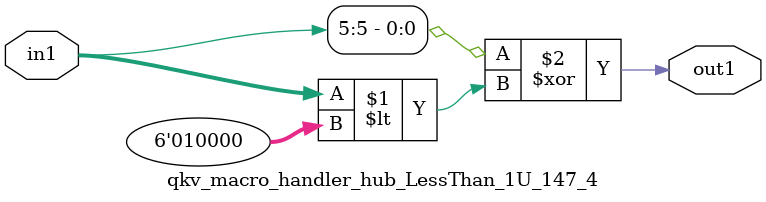
<source format=v>

`timescale 1ps / 1ps


module qkv_macro_handler_hub_LessThan_1U_147_4( in1, out1 );

    input [5:0] in1;
    output out1;

    
    // rtl_process:qkv_macro_handler_hub_LessThan_1U_147_4/qkv_macro_handler_hub_LessThan_1U_147_4_thread_1
    assign out1 = (in1[5] ^ in1 < 6'd16);

endmodule


</source>
